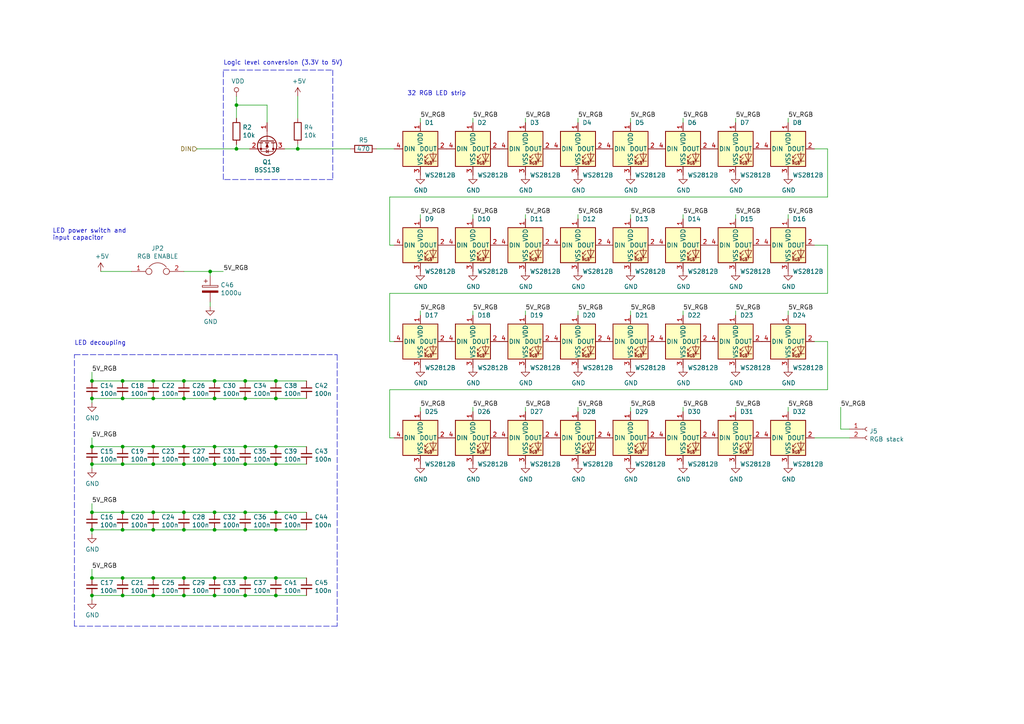
<source format=kicad_sch>
(kicad_sch (version 20231120) (generator "eeschema") (generator_version "8.0")
  (paper "A4")
  (title_block (title "KAPINE Motherboard") (date "2020-09-02") (rev "1.2") (company "Verneri Hirvonen"))
  (lib_symbols
    (symbol "Device:C_Small" (pin_numbers hide) (pin_names (offset 0.254) hide)
      (property "Reference" "C" (at 0.254 1.778 0))
      (property "Value" "C_Small" (at 0.254 -2.032 0))
      (symbol "C_Small_0_1"
        (polyline (pts (xy -1.524 -0.508) (xy 1.524 -0.508)) (stroke (width 0.3302)))
        (polyline (pts (xy -1.524 0.508) (xy 1.524 0.508)) (stroke (width 0.3048)))
      )
      (symbol "C_Small_1_1"
        (pin passive line (at 0 2.54 270) (length 2.032) (name "~") (number "1"))
        (pin passive line (at 0 -2.54 90) (length 2.032) (name "~") (number "2"))
      )
    )
    (symbol "Device:R" (pin_numbers hide) (pin_names (offset 0))
      (property "Reference" "R" (at 2.032 0 90))
      (property "Value" "R" (at 0 0 90))
      (symbol "R_0_1"
        (rectangle (start -1.016 -2.54) (end 1.016 2.54) (stroke (width 0.254)))
      )
      (symbol "R_1_1"
        (pin passive line (at 0 3.81 270) (length 1.27) (name "~") (number "1"))
        (pin passive line (at 0 -3.81 90) (length 1.27) (name "~") (number "2"))
      )
    )
    (symbol "LED:WS2812B" (pin_names (offset 0.254))
      (property "Reference" "D" (at 5.08 5.715 0))
      (property "Value" "WS2812B" (at 1.27 -5.715 0))
      (symbol "WS2812B_0_0"
        (text "RGB" (at 2.286 -4.191 0) (effects (font (size 0.762 0.762))))
      )
      (symbol "WS2812B_0_1"
        (polyline (pts (xy 1.27 -3.556) (xy 1.778 -3.556)))
        (polyline (pts (xy 1.27 -2.54) (xy 1.778 -2.54)))
        (polyline (pts (xy 4.699 -3.556) (xy 2.667 -3.556)))
        (polyline (pts (xy 2.286 -2.54) (xy 1.27 -3.556) (xy 1.27 -3.048)))
        (polyline (pts (xy 2.286 -1.524) (xy 1.27 -2.54) (xy 1.27 -2.032)))
        (polyline (pts (xy 3.683 -1.016) (xy 3.683 -3.556) (xy 3.683 -4.064)))
        (polyline (pts (xy 4.699 -1.524) (xy 2.667 -1.524) (xy 3.683 -3.556) (xy 4.699 -1.524)))
        (rectangle (start 5.08 5.08) (end -5.08 -5.08) (stroke (width 0.254)) (fill (type background)))
      )
      (symbol "WS2812B_1_1"
        (pin power_in line (at 0 7.62 270) (length 2.54) (name "VDD") (number "1"))
        (pin output line (at 7.62 0 180) (length 2.54) (name "DOUT") (number "2"))
        (pin power_in line (at 0 -7.62 90) (length 2.54) (name "VSS") (number "3"))
        (pin input line (at -7.62 0 0) (length 2.54) (name "DIN") (number "4"))
      )
    )
    (symbol "Transistor_FET:BSS138" (pin_names hide)
      (property "Reference" "Q" (at 5.08 1.905 0))
      (property "Value" "BSS138" (at 5.08 0 0))
      (symbol "BSS138_0_1"
        (polyline (pts (xy 0.254 0) (xy -2.54 0)))
        (polyline (pts (xy 0.254 1.905) (xy 0.254 -1.905)) (stroke (width 0.254)))
        (polyline (pts (xy 0.762 -1.27) (xy 0.762 -2.286)) (stroke (width 0.254)))
        (polyline (pts (xy 0.762 0.508) (xy 0.762 -0.508)) (stroke (width 0.254)))
        (polyline (pts (xy 0.762 2.286) (xy 0.762 1.27)) (stroke (width 0.254)))
        (polyline (pts (xy 2.54 2.54) (xy 2.54 1.778)))
        (polyline (pts (xy 2.54 -2.54) (xy 2.54 0) (xy 0.762 0)))
        (polyline (pts (xy 0.762 -1.778) (xy 3.302 -1.778) (xy 3.302 1.778) (xy 0.762 1.778)))
        (polyline (pts (xy 1.016 0) (xy 2.032 0.381) (xy 2.032 -0.381) (xy 1.016 0)) (fill (type outline)))
        (polyline (pts (xy 2.794 0.508) (xy 2.921 0.381) (xy 3.683 0.381) (xy 3.81 0.254)))
        (polyline (pts (xy 3.302 0.381) (xy 2.921 -0.254) (xy 3.683 -0.254) (xy 3.302 0.381)))
        (circle (center 1.651 0) (radius 2.794) (stroke (width 0.254)))
        (circle (center 2.54 -1.778) (radius 0.254) (fill (type outline)))
        (circle (center 2.54 1.778) (radius 0.254) (fill (type outline)))
      )
      (symbol "BSS138_1_1"
        (pin input line (at -5.08 0 0) (length 2.54) (name "G") (number "1"))
        (pin passive line (at 2.54 -5.08 90) (length 2.54) (name "S") (number "2"))
        (pin passive line (at 2.54 5.08 270) (length 2.54) (name "D") (number "3"))
      )
    )
    (symbol "main-rescue:+5V-power" (power) (pin_names (offset 0))
      (property "Value" "power_+5V" (at 0 3.556 0))
      (symbol "+5V-power_0_1"
        (polyline (pts (xy -0.762 1.27) (xy 0 2.54)))
        (polyline (pts (xy 0 0) (xy 0 2.54)))
        (polyline (pts (xy 0 2.54) (xy 0.762 1.27)))
      )
      (symbol "+5V-power_1_1"
        (pin power_in line (at 0 0 90) (length 0) hide (name "+5V") (number "1"))
      )
    )
    (symbol "main-rescue:CP-Device" (pin_numbers hide) (pin_names (offset 0.254))
      (property "Reference" "C" (at 0.635 2.54 0))
      (property "Value" "Device_CP" (at 0.635 -2.54 0))
      (symbol "CP-Device_0_1"
        (rectangle (start -2.286 0.508) (end 2.286 1.016))
        (polyline (pts (xy -1.778 2.286) (xy -0.762 2.286)))
        (polyline (pts (xy -1.27 2.794) (xy -1.27 1.778)))
        (rectangle (start 2.286 -0.508) (end -2.286 -1.016) (fill (type outline)))
      )
      (symbol "CP-Device_1_1"
        (pin passive line (at 0 3.81 270) (length 2.794) (name "~") (number "1"))
        (pin passive line (at 0 -3.81 90) (length 2.794) (name "~") (number "2"))
      )
    )
    (symbol "main-rescue:Conn_01x02_Female-Connector" (pin_names (offset 1.016) hide)
      (property "Reference" "J" (at 0 2.54 0))
      (property "Value" "Connector_Conn_01x02_Female" (at 0 -5.08 0))
      (symbol "Conn_01x02_Female-Connector_1_1"
        (arc (start 0 -2.032) (mid -0.508 -2.54) (end 0 -3.048) (stroke (width 0.1524)))
        (polyline (pts (xy -1.27 -2.54) (xy -0.508 -2.54)) (stroke (width 0.1524)))
        (polyline (pts (xy -1.27 0) (xy -0.508 0)) (stroke (width 0.1524)))
        (arc (start 0 0.508) (mid -0.508 0) (end 0 -0.508) (stroke (width 0.1524)))
        (pin passive line (at -5.08 0 0) (length 3.81) (name "Pin_1") (number "1"))
        (pin passive line (at -5.08 -2.54 0) (length 3.81) (name "Pin_2") (number "2"))
      )
    )
    (symbol "main-rescue:GND-power" (power) (pin_names (offset 0))
      (property "Value" "power_GND" (at 0 -3.81 0))
      (symbol "GND-power_0_1"
        (polyline (pts (xy 0 0) (xy 0 -1.27) (xy 1.27 -1.27) (xy 0 -2.54) (xy -1.27 -1.27) (xy 0 -1.27)))
      )
      (symbol "GND-power_1_1"
        (pin power_in line (at 0 0 270) (length 0) hide (name "GND") (number "1"))
      )
    )
    (symbol "main-rescue:Jumper-Device" (pin_names (offset 0.762) hide)
      (property "Reference" "JP" (at 0 3.81 0))
      (property "Value" "Device_Jumper" (at 0 -2.032 0))
      (symbol "Jumper-Device_0_1"
        (circle (center -2.54 0) (radius 0.889))
        (arc (start 2.5146 1.27) (mid 0.0078 2.5097) (end -2.4892 1.27))
        (circle (center 2.54 0) (radius 0.889))
        (pin passive line (at -7.62 0 0) (length 4.191) (name "1") (number "1"))
        (pin passive line (at 7.62 0 180) (length 4.191) (name "2") (number "2"))
      )
    )
    (symbol "main-rescue:VDD-power" (power) (pin_names (offset 0))
      (property "Value" "power_VDD" (at 0 3.81 0))
      (symbol "VDD-power_0_1"
        (polyline (pts (xy 0 0) (xy 0 1.27)))
        (circle (center 0 1.905) (radius 0.635))
      )
      (symbol "VDD-power_1_1"
        (pin power_in line (at 0 0 90) (length 0) hide (name "VDD") (number "1"))
      )
    )
  )
  (junction (at 44.45 153.67))
  (junction (at 53.34 110.49))
  (junction (at 60.96 78.74))
  (junction (at 53.34 148.59))
  (junction (at 44.45 129.54))
  (junction (at 26.67 110.49))
  (junction (at 53.34 167.64))
  (junction (at 80.01 115.57))
  (junction (at 44.45 148.59))
  (junction (at 44.45 110.49))
  (junction (at 71.12 172.72))
  (junction (at 62.23 148.59))
  (junction (at 35.56 115.57))
  (junction (at 62.23 153.67))
  (junction (at 35.56 148.59))
  (junction (at 62.23 115.57))
  (junction (at 26.67 167.64))
  (junction (at 53.34 172.72))
  (junction (at 35.56 129.54))
  (junction (at 35.56 134.62))
  (junction (at 68.58 43.18))
  (junction (at 53.34 153.67))
  (junction (at 26.67 134.62))
  (junction (at 62.23 167.64))
  (junction (at 35.56 110.49))
  (junction (at 80.01 129.54))
  (junction (at 62.23 172.72))
  (junction (at 53.34 115.57))
  (junction (at 86.36 43.18))
  (junction (at 80.01 167.64))
  (junction (at 62.23 110.49))
  (junction (at 80.01 153.67))
  (junction (at 26.67 129.54))
  (junction (at 71.12 153.67))
  (junction (at 68.58 30.48))
  (junction (at 71.12 115.57))
  (junction (at 44.45 134.62))
  (junction (at 80.01 134.62))
  (junction (at 35.56 153.67))
  (junction (at 44.45 115.57))
  (junction (at 62.23 134.62))
  (junction (at 53.34 129.54))
  (junction (at 80.01 110.49))
  (junction (at 80.01 172.72))
  (junction (at 71.12 110.49))
  (junction (at 26.67 153.67))
  (junction (at 35.56 172.72))
  (junction (at 44.45 167.64))
  (junction (at 80.01 148.59))
  (junction (at 71.12 148.59))
  (junction (at 53.34 134.62))
  (junction (at 44.45 172.72))
  (junction (at 71.12 134.62))
  (junction (at 26.67 148.59))
  (junction (at 26.67 115.57))
  (junction (at 62.23 129.54))
  (junction (at 71.12 129.54))
  (junction (at 71.12 167.64))
  (junction (at 26.67 172.72))
  (junction (at 35.56 167.64))
  (wire (pts (xy 71.12 172.72) (xy 62.23 172.72)))
  (wire (pts (xy 213.36 35.56) (xy 213.36 34.29)))
  (wire (pts (xy 64.77 78.74) (xy 60.96 78.74)))
  (wire (pts (xy 236.22 127) (xy 246.38 127)))
  (wire (pts (xy 121.92 119.38) (xy 121.92 118.11)))
  (wire (pts (xy 71.12 134.62) (xy 62.23 134.62)))
  (wire (pts (xy 62.23 167.64) (xy 71.12 167.64)))
  (wire (pts (xy 44.45 115.57) (xy 35.56 115.57)))
  (wire (pts (xy 26.67 148.59) (xy 35.56 148.59)))
  (wire (pts (xy 35.56 134.62) (xy 26.67 134.62)))
  (wire (pts (xy 198.12 35.56) (xy 198.12 34.29)))
  (wire (pts (xy 167.64 91.44) (xy 167.64 90.17)))
  (wire (pts (xy 26.67 153.67) (xy 26.67 154.94)))
  (wire (pts (xy 182.88 119.38) (xy 182.88 118.11)))
  (wire (pts (xy 71.12 110.49) (xy 80.01 110.49)))
  (wire (pts (xy 80.01 110.49) (xy 88.9 110.49)))
  (wire (pts (xy 121.92 91.44) (xy 121.92 90.17)))
  (wire (pts (xy 53.34 153.67) (xy 44.45 153.67)))
  (wire (pts (xy 35.56 172.72) (xy 26.67 172.72)))
  (wire (pts (xy 29.21 78.74) (xy 38.1 78.74)))
  (wire (pts (xy 240.03 57.15) (xy 113.03 57.15)))
  (wire (pts (xy 71.12 115.57) (xy 62.23 115.57)))
  (wire (pts (xy 121.92 63.5) (xy 121.92 62.23)))
  (wire (pts (xy 240.03 113.03) (xy 113.03 113.03)))
  (wire (pts (xy 26.67 146.05) (xy 26.67 148.59)))
  (wire (pts (xy 62.23 148.59) (xy 71.12 148.59)))
  (wire (pts (xy 228.6 35.56) (xy 228.6 34.29)))
  (polyline (pts (xy 21.59 181.61) (xy 21.59 102.87)) (stroke (width 0) (type dash)))
  (wire (pts (xy 88.9 134.62) (xy 80.01 134.62)))
  (wire (pts (xy 80.01 172.72) (xy 71.12 172.72)))
  (wire (pts (xy 86.36 43.18) (xy 82.55 43.18)))
  (wire (pts (xy 44.45 134.62) (xy 35.56 134.62)))
  (wire (pts (xy 113.03 57.15) (xy 113.03 71.12)))
  (wire (pts (xy 35.56 115.57) (xy 26.67 115.57)))
  (wire (pts (xy 53.34 148.59) (xy 62.23 148.59)))
  (wire (pts (xy 62.23 172.72) (xy 53.34 172.72)))
  (polyline (pts (xy 96.52 20.32) (xy 96.52 52.07)) (stroke (width 0) (type dash)))
  (wire (pts (xy 80.01 134.62) (xy 71.12 134.62)))
  (polyline (pts (xy 96.52 52.07) (xy 64.77 52.07)) (stroke (width 0) (type dash)))
  (wire (pts (xy 35.56 153.67) (xy 26.67 153.67)))
  (wire (pts (xy 71.12 148.59) (xy 80.01 148.59)))
  (polyline (pts (xy 64.77 52.07) (xy 64.77 20.32)) (stroke (width 0) (type dash)))
  (wire (pts (xy 198.12 119.38) (xy 198.12 118.11)))
  (wire (pts (xy 26.67 127) (xy 26.67 129.54)))
  (wire (pts (xy 44.45 129.54) (xy 53.34 129.54)))
  (wire (pts (xy 80.01 148.59) (xy 88.9 148.59)))
  (wire (pts (xy 240.03 43.18) (xy 240.03 57.15)))
  (wire (pts (xy 236.22 71.12) (xy 240.03 71.12)))
  (wire (pts (xy 80.01 129.54) (xy 88.9 129.54)))
  (wire (pts (xy 228.6 119.38) (xy 228.6 118.11)))
  (wire (pts (xy 71.12 153.67) (xy 62.23 153.67)))
  (wire (pts (xy 86.36 43.18) (xy 101.6 43.18)))
  (wire (pts (xy 26.67 129.54) (xy 35.56 129.54)))
  (wire (pts (xy 88.9 153.67) (xy 80.01 153.67)))
  (wire (pts (xy 60.96 80.01) (xy 60.96 78.74)))
  (wire (pts (xy 113.03 71.12) (xy 114.3 71.12)))
  (wire (pts (xy 113.03 127) (xy 114.3 127)))
  (wire (pts (xy 243.84 124.46) (xy 246.38 124.46)))
  (wire (pts (xy 53.34 115.57) (xy 44.45 115.57)))
  (wire (pts (xy 113.03 85.09) (xy 113.03 99.06)))
  (wire (pts (xy 26.67 107.95) (xy 26.67 110.49)))
  (wire (pts (xy 62.23 134.62) (xy 53.34 134.62)))
  (wire (pts (xy 44.45 172.72) (xy 35.56 172.72)))
  (polyline (pts (xy 97.79 181.61) (xy 21.59 181.61)) (stroke (width 0) (type dash)))
  (wire (pts (xy 240.03 85.09) (xy 113.03 85.09)))
  (wire (pts (xy 236.22 99.06) (xy 240.03 99.06)))
  (wire (pts (xy 213.36 62.23) (xy 213.36 63.5)))
  (wire (pts (xy 113.03 99.06) (xy 114.3 99.06)))
  (wire (pts (xy 62.23 153.67) (xy 53.34 153.67)))
  (wire (pts (xy 198.12 62.23) (xy 198.12 63.5)))
  (wire (pts (xy 182.88 91.44) (xy 182.88 90.17)))
  (wire (pts (xy 137.16 63.5) (xy 137.16 62.23)))
  (wire (pts (xy 213.36 119.38) (xy 213.36 118.11)))
  (wire (pts (xy 35.56 167.64) (xy 44.45 167.64)))
  (wire (pts (xy 88.9 172.72) (xy 80.01 172.72)))
  (wire (pts (xy 72.39 43.18) (xy 68.58 43.18)))
  (wire (pts (xy 152.4 119.38) (xy 152.4 118.11)))
  (wire (pts (xy 53.34 134.62) (xy 44.45 134.62)))
  (wire (pts (xy 77.47 30.48) (xy 77.47 35.56)))
  (wire (pts (xy 57.15 43.18) (xy 68.58 43.18)))
  (wire (pts (xy 121.92 35.56) (xy 121.92 34.29)))
  (wire (pts (xy 80.01 167.64) (xy 88.9 167.64)))
  (wire (pts (xy 167.64 63.5) (xy 167.64 62.23)))
  (wire (pts (xy 152.4 91.44) (xy 152.4 90.17)))
  (wire (pts (xy 152.4 62.23) (xy 152.4 63.5)))
  (wire (pts (xy 44.45 148.59) (xy 53.34 148.59)))
  (wire (pts (xy 26.67 134.62) (xy 26.67 135.89)))
  (wire (pts (xy 182.88 35.56) (xy 182.88 34.29)))
  (wire (pts (xy 152.4 35.56) (xy 152.4 34.29)))
  (wire (pts (xy 86.36 41.91) (xy 86.36 43.18)))
  (wire (pts (xy 88.9 115.57) (xy 80.01 115.57)))
  (wire (pts (xy 62.23 110.49) (xy 71.12 110.49)))
  (wire (pts (xy 26.67 110.49) (xy 35.56 110.49)))
  (wire (pts (xy 240.03 99.06) (xy 240.03 113.03)))
  (wire (pts (xy 35.56 129.54) (xy 44.45 129.54)))
  (wire (pts (xy 68.58 30.48) (xy 77.47 30.48)))
  (wire (pts (xy 68.58 43.18) (xy 68.58 41.91)))
  (polyline (pts (xy 97.79 102.87) (xy 97.79 181.61)) (stroke (width 0) (type dash)))
  (wire (pts (xy 213.36 91.44) (xy 213.36 90.17)))
  (polyline (pts (xy 64.77 20.32) (xy 96.52 20.32)) (stroke (width 0) (type dash)))
  (wire (pts (xy 71.12 129.54) (xy 80.01 129.54)))
  (wire (pts (xy 60.96 87.63) (xy 60.96 88.9)))
  (wire (pts (xy 182.88 62.23) (xy 182.88 63.5)))
  (wire (pts (xy 44.45 167.64) (xy 53.34 167.64)))
  (wire (pts (xy 137.16 119.38) (xy 137.16 118.11)))
  (wire (pts (xy 137.16 35.56) (xy 137.16 34.29)))
  (wire (pts (xy 114.3 43.18) (xy 109.22 43.18)))
  (wire (pts (xy 60.96 78.74) (xy 53.34 78.74)))
  (wire (pts (xy 71.12 167.64) (xy 80.01 167.64)))
  (wire (pts (xy 86.36 34.29) (xy 86.36 27.94)))
  (wire (pts (xy 26.67 115.57) (xy 26.67 116.84)))
  (wire (pts (xy 44.45 110.49) (xy 53.34 110.49)))
  (wire (pts (xy 53.34 167.64) (xy 62.23 167.64)))
  (wire (pts (xy 44.45 153.67) (xy 35.56 153.67)))
  (wire (pts (xy 236.22 43.18) (xy 240.03 43.18)))
  (wire (pts (xy 53.34 110.49) (xy 62.23 110.49)))
  (wire (pts (xy 80.01 153.67) (xy 71.12 153.67)))
  (wire (pts (xy 68.58 30.48) (xy 68.58 27.94)))
  (wire (pts (xy 167.64 35.56) (xy 167.64 34.29)))
  (wire (pts (xy 35.56 148.59) (xy 44.45 148.59)))
  (wire (pts (xy 198.12 91.44) (xy 198.12 90.17)))
  (wire (pts (xy 240.03 71.12) (xy 240.03 85.09)))
  (polyline (pts (xy 21.59 102.87) (xy 97.79 102.87)) (stroke (width 0) (type dash)))
  (wire (pts (xy 167.64 119.38) (xy 167.64 118.11)))
  (wire (pts (xy 53.34 172.72) (xy 44.45 172.72)))
  (wire (pts (xy 228.6 62.23) (xy 228.6 63.5)))
  (wire (pts (xy 228.6 91.44) (xy 228.6 90.17)))
  (wire (pts (xy 68.58 34.29) (xy 68.58 30.48)))
  (wire (pts (xy 26.67 172.72) (xy 26.67 173.99)))
  (wire (pts (xy 113.03 113.03) (xy 113.03 127)))
  (wire (pts (xy 62.23 115.57) (xy 53.34 115.57)))
  (wire (pts (xy 62.23 129.54) (xy 71.12 129.54)))
  (wire (pts (xy 35.56 110.49) (xy 44.45 110.49)))
  (wire (pts (xy 26.67 167.64) (xy 35.56 167.64)))
  (wire (pts (xy 80.01 115.57) (xy 71.12 115.57)))
  (wire (pts (xy 243.84 118.11) (xy 243.84 124.46)))
  (wire (pts (xy 26.67 165.1) (xy 26.67 167.64)))
  (wire (pts (xy 53.34 129.54) (xy 62.23 129.54)))
  (wire (pts (xy 137.16 91.44) (xy 137.16 90.17)))
  (text "32 RGB LED strip" (at 118.11 27.94 0) (effects (font (size 1.27 1.27)) (justify left bottom)))
  (text "LED decoupling" (at 21.59 100.33 0) (effects (font (size 1.27 1.27)) (justify left bottom)))
  (text "LED power switch and \ninput capacitor" (at 15.24 69.85 0) (effects (font (size 1.27 1.27)) (justify left bottom)))
  (text "Logic level conversion (3.3V to 5V)" (at 64.77 19.05 0) (effects (font (size 1.27 1.27)) (justify left bottom)))
  (label "5V_RGB" (at 26.67 107.95 0))
  (label "5V_RGB" (at 228.6 118.11 0))
  (label "5V_RGB" (at 121.92 90.17 0))
  (label "5V_RGB" (at 137.16 34.29 0))
  (label "5V_RGB" (at 64.77 78.74 0))
  (label "5V_RGB" (at 121.92 62.23 0))
  (label "5V_RGB" (at 198.12 118.11 0))
  (label "5V_RGB" (at 213.36 90.17 0))
  (label "5V_RGB" (at 182.88 90.17 0))
  (label "5V_RGB" (at 198.12 62.23 0))
  (label "5V_RGB" (at 228.6 62.23 0))
  (label "5V_RGB" (at 213.36 118.11 0))
  (label "5V_RGB" (at 152.4 62.23 0))
  (label "5V_RGB" (at 167.64 62.23 0))
  (label "5V_RGB" (at 137.16 90.17 0))
  (label "5V_RGB" (at 213.36 62.23 0))
  (label "5V_RGB" (at 198.12 90.17 0))
  (label "5V_RGB" (at 26.67 127 0))
  (label "5V_RGB" (at 167.64 34.29 0))
  (label "5V_RGB" (at 152.4 90.17 0))
  (label "5V_RGB" (at 167.64 90.17 0))
  (label "5V_RGB" (at 228.6 90.17 0))
  (label "5V_RGB" (at 121.92 34.29 0))
  (label "5V_RGB" (at 167.64 118.11 0))
  (label "5V_RGB" (at 182.88 34.29 0))
  (label "5V_RGB" (at 213.36 34.29 0))
  (label "5V_RGB" (at 26.67 146.05 0))
  (label "5V_RGB" (at 182.88 118.11 0))
  (label "5V_RGB" (at 228.6 34.29 0))
  (label "5V_RGB" (at 121.92 118.11 0))
  (label "5V_RGB" (at 182.88 62.23 0))
  (label "5V_RGB" (at 152.4 34.29 0))
  (label "5V_RGB" (at 26.67 165.1 0))
  (label "5V_RGB" (at 152.4 118.11 0))
  (label "5V_RGB" (at 137.16 62.23 0))
  (label "5V_RGB" (at 137.16 118.11 0))
  (label "5V_RGB" (at 198.12 34.29 0))
  (label "5V_RGB" (at 243.84 118.11 0))
  (hierarchical_label "DIN" (shape input) (at 57.15 43.18 180))
  (symbol (lib_id "LED:WS2812B") (at 121.92 43.18 0) (unit 1)
    (property "Reference" "D1" (at 123.19 35.56 0) (effects (justify left)))
    (property "Value" "WS2812B" (at 123.19 50.8 0) (effects (justify left)))
    (property "Footprint" "LED_SMD:LED_WS2812B_PLCC4_5.0x5.0mm_P3.2mm" (effects (hide yes)))
    (property "Datasheet" "https://cdn-shop.adafruit.com/datasheets/WS2812B.pdf" (effects (hide yes)))
  )
  (symbol (lib_id "Transistor_FET:BSS138") (at 77.47 40.64 270) (unit 1)
    (property "Reference" "Q1" (at 77.47 46.99 90))
    (property "Value" "BSS138" (at 77.47 49.3014 90))
    (property "Footprint" "Package_TO_SOT_SMD:SOT-23" (effects (hide yes)))
    (property "Datasheet" "https://www.fairchildsemi.com/datasheets/BS/BSS138.pdf" (effects (hide yes)))
  )
  (symbol (lib_id "Device:R") (at 68.58 38.1 0) (unit 1)
    (property "Reference" "R2" (at 70.358 36.9316 0) (effects (justify left)))
    (property "Value" "10k" (at 70.358 39.243 0) (effects (justify left)))
    (property "Footprint" "Resistor_SMD:R_0603_1608Metric" (effects (hide yes)))
  )
  (symbol (lib_id "Device:R") (at 86.36 38.1 0) (unit 1)
    (property "Reference" "R4" (at 88.138 36.9316 0) (effects (justify left)))
    (property "Value" "10k" (at 88.138 39.243 0) (effects (justify left)))
    (property "Footprint" "Resistor_SMD:R_0603_1608Metric" (effects (hide yes)))
  )
  (symbol (lib_id "main-rescue:VDD-power") (at 68.58 27.94 0) (unit 1)
    (property "Reference" "#PWR015" (effects (hide yes)))
    (property "Value" "VDD" (at 69.0118 23.5458 0))
  )
  (symbol (lib_id "main-rescue:GND-power") (at 121.92 50.8 0) (unit 1)
    (property "Reference" "#PWR026" (effects (hide yes)))
    (property "Value" "GND" (at 122.047 55.1942 0))
  )
  (symbol (lib_id "LED:WS2812B") (at 137.16 43.18 0) (unit 1)
    (property "Reference" "D2" (at 138.43 35.56 0) (effects (justify left)))
    (property "Value" "WS2812B" (at 138.43 50.8 0) (effects (justify left)))
    (property "Footprint" "LED_SMD:LED_WS2812B_PLCC4_5.0x5.0mm_P3.2mm" (effects (hide yes)))
    (property "Datasheet" "https://cdn-shop.adafruit.com/datasheets/WS2812B.pdf" (effects (hide yes)))
  )
  (symbol (lib_id "main-rescue:GND-power") (at 137.16 50.8 0) (unit 1)
    (property "Reference" "#PWR034" (effects (hide yes)))
    (property "Value" "GND" (at 137.287 55.1942 0))
  )
  (symbol (lib_id "LED:WS2812B") (at 152.4 43.18 0) (unit 1)
    (property "Reference" "D3" (at 153.67 35.56 0) (effects (justify left)))
    (property "Value" "WS2812B" (at 153.67 50.8 0) (effects (justify left)))
    (property "Footprint" "LED_SMD:LED_WS2812B_PLCC4_5.0x5.0mm_P3.2mm" (effects (hide yes)))
    (property "Datasheet" "https://cdn-shop.adafruit.com/datasheets/WS2812B.pdf" (effects (hide yes)))
  )
  (symbol (lib_id "main-rescue:GND-power") (at 152.4 50.8 0) (unit 1)
    (property "Reference" "#PWR042" (effects (hide yes)))
    (property "Value" "GND" (at 152.527 55.1942 0))
  )
  (symbol (lib_id "LED:WS2812B") (at 167.64 43.18 0) (unit 1)
    (property "Reference" "D4" (at 168.91 35.56 0) (effects (justify left)))
    (property "Value" "WS2812B" (at 168.91 50.8 0) (effects (justify left)))
    (property "Footprint" "LED_SMD:LED_WS2812B_PLCC4_5.0x5.0mm_P3.2mm" (effects (hide yes)))
    (property "Datasheet" "https://cdn-shop.adafruit.com/datasheets/WS2812B.pdf" (effects (hide yes)))
  )
  (symbol (lib_id "main-rescue:GND-power") (at 167.64 50.8 0) (unit 1)
    (property "Reference" "#PWR050" (effects (hide yes)))
    (property "Value" "GND" (at 167.767 55.1942 0))
  )
  (symbol (lib_id "LED:WS2812B") (at 182.88 43.18 0) (unit 1)
    (property "Reference" "D5" (at 184.15 35.56 0) (effects (justify left)))
    (property "Value" "WS2812B" (at 184.15 50.8 0) (effects (justify left)))
    (property "Footprint" "LED_SMD:LED_WS2812B_PLCC4_5.0x5.0mm_P3.2mm" (effects (hide yes)))
    (property "Datasheet" "https://cdn-shop.adafruit.com/datasheets/WS2812B.pdf" (effects (hide yes)))
  )
  (symbol (lib_id "main-rescue:GND-power") (at 182.88 50.8 0) (unit 1)
    (property "Reference" "#PWR058" (effects (hide yes)))
    (property "Value" "GND" (at 183.007 55.1942 0))
  )
  (symbol (lib_id "LED:WS2812B") (at 198.12 43.18 0) (unit 1)
    (property "Reference" "D6" (at 199.39 35.56 0) (effects (justify left)))
    (property "Value" "WS2812B" (at 199.39 50.8 0) (effects (justify left)))
    (property "Footprint" "LED_SMD:LED_WS2812B_PLCC4_5.0x5.0mm_P3.2mm" (effects (hide yes)))
    (property "Datasheet" "https://cdn-shop.adafruit.com/datasheets/WS2812B.pdf" (effects (hide yes)))
  )
  (symbol (lib_id "main-rescue:GND-power") (at 198.12 50.8 0) (unit 1)
    (property "Reference" "#PWR066" (effects (hide yes)))
    (property "Value" "GND" (at 198.247 55.1942 0))
  )
  (symbol (lib_id "LED:WS2812B") (at 213.36 43.18 0) (unit 1)
    (property "Reference" "D7" (at 214.63 35.56 0) (effects (justify left)))
    (property "Value" "WS2812B" (at 214.63 50.8 0) (effects (justify left)))
    (property "Footprint" "LED_SMD:LED_WS2812B_PLCC4_5.0x5.0mm_P3.2mm" (effects (hide yes)))
    (property "Datasheet" "https://cdn-shop.adafruit.com/datasheets/WS2812B.pdf" (effects (hide yes)))
  )
  (symbol (lib_id "main-rescue:GND-power") (at 213.36 50.8 0) (unit 1)
    (property "Reference" "#PWR074" (effects (hide yes)))
    (property "Value" "GND" (at 213.487 55.1942 0))
  )
  (symbol (lib_id "LED:WS2812B") (at 228.6 43.18 0) (unit 1)
    (property "Reference" "D8" (at 229.87 35.56 0) (effects (justify left)))
    (property "Value" "WS2812B" (at 229.87 50.8 0) (effects (justify left)))
    (property "Footprint" "LED_SMD:LED_WS2812B_PLCC4_5.0x5.0mm_P3.2mm" (effects (hide yes)))
    (property "Datasheet" "https://cdn-shop.adafruit.com/datasheets/WS2812B.pdf" (effects (hide yes)))
  )
  (symbol (lib_id "main-rescue:GND-power") (at 228.6 50.8 0) (unit 1)
    (property "Reference" "#PWR082" (effects (hide yes)))
    (property "Value" "GND" (at 228.727 55.1942 0))
  )
  (symbol (lib_id "LED:WS2812B") (at 121.92 71.12 0) (unit 1)
    (property "Reference" "D9" (at 123.19 63.5 0) (effects (justify left)))
    (property "Value" "WS2812B" (at 123.19 78.74 0) (effects (justify left)))
    (property "Footprint" "LED_SMD:LED_WS2812B_PLCC4_5.0x5.0mm_P3.2mm" (effects (hide yes)))
    (property "Datasheet" "https://cdn-shop.adafruit.com/datasheets/WS2812B.pdf" (effects (hide yes)))
  )
  (symbol (lib_id "main-rescue:GND-power") (at 121.92 78.74 0) (unit 1)
    (property "Reference" "#PWR028" (effects (hide yes)))
    (property "Value" "GND" (at 122.047 83.1342 0))
  )
  (symbol (lib_id "LED:WS2812B") (at 137.16 71.12 0) (unit 1)
    (property "Reference" "D10" (at 138.43 63.5 0) (effects (justify left)))
    (property "Value" "WS2812B" (at 138.43 78.74 0) (effects (justify left)))
    (property "Footprint" "LED_SMD:LED_WS2812B_PLCC4_5.0x5.0mm_P3.2mm" (effects (hide yes)))
    (property "Datasheet" "https://cdn-shop.adafruit.com/datasheets/WS2812B.pdf" (effects (hide yes)))
  )
  (symbol (lib_id "main-rescue:GND-power") (at 137.16 78.74 0) (unit 1)
    (property "Reference" "#PWR036" (effects (hide yes)))
    (property "Value" "GND" (at 137.287 83.1342 0))
  )
  (symbol (lib_id "LED:WS2812B") (at 152.4 71.12 0) (unit 1)
    (property "Reference" "D11" (at 153.67 63.5 0) (effects (justify left)))
    (property "Value" "WS2812B" (at 153.67 78.74 0) (effects (justify left)))
    (property "Footprint" "LED_SMD:LED_WS2812B_PLCC4_5.0x5.0mm_P3.2mm" (effects (hide yes)))
    (property "Datasheet" "https://cdn-shop.adafruit.com/datasheets/WS2812B.pdf" (effects (hide yes)))
  )
  (symbol (lib_id "main-rescue:GND-power") (at 152.4 78.74 0) (unit 1)
    (property "Reference" "#PWR044" (effects (hide yes)))
    (property "Value" "GND" (at 152.527 83.1342 0))
  )
  (symbol (lib_id "LED:WS2812B") (at 167.64 71.12 0) (unit 1)
    (property "Reference" "D12" (at 168.91 63.5 0) (effects (justify left)))
    (property "Value" "WS2812B" (at 168.91 78.74 0) (effects (justify left)))
    (property "Footprint" "LED_SMD:LED_WS2812B_PLCC4_5.0x5.0mm_P3.2mm" (effects (hide yes)))
    (property "Datasheet" "https://cdn-shop.adafruit.com/datasheets/WS2812B.pdf" (effects (hide yes)))
  )
  (symbol (lib_id "main-rescue:GND-power") (at 167.64 78.74 0) (unit 1)
    (property "Reference" "#PWR052" (effects (hide yes)))
    (property "Value" "GND" (at 167.767 83.1342 0))
  )
  (symbol (lib_id "LED:WS2812B") (at 182.88 71.12 0) (unit 1)
    (property "Reference" "D13" (at 184.15 63.5 0) (effects (justify left)))
    (property "Value" "WS2812B" (at 184.15 78.74 0) (effects (justify left)))
    (property "Footprint" "LED_SMD:LED_WS2812B_PLCC4_5.0x5.0mm_P3.2mm" (effects (hide yes)))
    (property "Datasheet" "https://cdn-shop.adafruit.com/datasheets/WS2812B.pdf" (effects (hide yes)))
  )
  (symbol (lib_id "main-rescue:GND-power") (at 182.88 78.74 0) (unit 1)
    (property "Reference" "#PWR060" (effects (hide yes)))
    (property "Value" "GND" (at 183.007 83.1342 0))
  )
  (symbol (lib_id "LED:WS2812B") (at 198.12 71.12 0) (unit 1)
    (property "Reference" "D14" (at 199.39 63.5 0) (effects (justify left)))
    (property "Value" "WS2812B" (at 199.39 78.74 0) (effects (justify left)))
    (property "Footprint" "LED_SMD:LED_WS2812B_PLCC4_5.0x5.0mm_P3.2mm" (effects (hide yes)))
    (property "Datasheet" "https://cdn-shop.adafruit.com/datasheets/WS2812B.pdf" (effects (hide yes)))
  )
  (symbol (lib_id "main-rescue:GND-power") (at 198.12 78.74 0) (unit 1)
    (property "Reference" "#PWR068" (effects (hide yes)))
    (property "Value" "GND" (at 198.247 83.1342 0))
  )
  (symbol (lib_id "LED:WS2812B") (at 213.36 71.12 0) (unit 1)
    (property "Reference" "D15" (at 214.63 63.5 0) (effects (justify left)))
    (property "Value" "WS2812B" (at 214.63 78.74 0) (effects (justify left)))
    (property "Footprint" "LED_SMD:LED_WS2812B_PLCC4_5.0x5.0mm_P3.2mm" (effects (hide yes)))
    (property "Datasheet" "https://cdn-shop.adafruit.com/datasheets/WS2812B.pdf" (effects (hide yes)))
  )
  (symbol (lib_id "main-rescue:GND-power") (at 213.36 78.74 0) (unit 1)
    (property "Reference" "#PWR076" (effects (hide yes)))
    (property "Value" "GND" (at 213.487 83.1342 0))
  )
  (symbol (lib_id "LED:WS2812B") (at 228.6 71.12 0) (unit 1)
    (property "Reference" "D16" (at 229.87 63.5 0) (effects (justify left)))
    (property "Value" "WS2812B" (at 229.87 78.74 0) (effects (justify left)))
    (property "Footprint" "LED_SMD:LED_WS2812B_PLCC4_5.0x5.0mm_P3.2mm" (effects (hide yes)))
    (property "Datasheet" "https://cdn-shop.adafruit.com/datasheets/WS2812B.pdf" (effects (hide yes)))
  )
  (symbol (lib_id "main-rescue:GND-power") (at 228.6 78.74 0) (unit 1)
    (property "Reference" "#PWR084" (effects (hide yes)))
    (property "Value" "GND" (at 228.727 83.1342 0))
  )
  (symbol (lib_id "LED:WS2812B") (at 121.92 99.06 0) (unit 1)
    (property "Reference" "D17" (at 123.19 91.44 0) (effects (justify left)))
    (property "Value" "WS2812B" (at 123.19 106.68 0) (effects (justify left)))
    (property "Footprint" "LED_SMD:LED_WS2812B_PLCC4_5.0x5.0mm_P3.2mm" (effects (hide yes)))
    (property "Datasheet" "https://cdn-shop.adafruit.com/datasheets/WS2812B.pdf" (effects (hide yes)))
  )
  (symbol (lib_id "main-rescue:GND-power") (at 121.92 106.68 0) (unit 1)
    (property "Reference" "#PWR030" (effects (hide yes)))
    (property "Value" "GND" (at 122.047 111.0742 0))
  )
  (symbol (lib_id "LED:WS2812B") (at 137.16 99.06 0) (unit 1)
    (property "Reference" "D18" (at 138.43 91.44 0) (effects (justify left)))
    (property "Value" "WS2812B" (at 138.43 106.68 0) (effects (justify left)))
    (property "Footprint" "LED_SMD:LED_WS2812B_PLCC4_5.0x5.0mm_P3.2mm" (effects (hide yes)))
    (property "Datasheet" "https://cdn-shop.adafruit.com/datasheets/WS2812B.pdf" (effects (hide yes)))
  )
  (symbol (lib_id "main-rescue:GND-power") (at 137.16 106.68 0) (unit 1)
    (property "Reference" "#PWR038" (effects (hide yes)))
    (property "Value" "GND" (at 137.287 111.0742 0))
  )
  (symbol (lib_id "LED:WS2812B") (at 152.4 99.06 0) (unit 1)
    (property "Reference" "D19" (at 153.67 91.44 0) (effects (justify left)))
    (property "Value" "WS2812B" (at 153.67 106.68 0) (effects (justify left)))
    (property "Footprint" "LED_SMD:LED_WS2812B_PLCC4_5.0x5.0mm_P3.2mm" (effects (hide yes)))
    (property "Datasheet" "https://cdn-shop.adafruit.com/datasheets/WS2812B.pdf" (effects (hide yes)))
  )
  (symbol (lib_id "main-rescue:GND-power") (at 152.4 106.68 0) (unit 1)
    (property "Reference" "#PWR046" (effects (hide yes)))
    (property "Value" "GND" (at 152.527 111.0742 0))
  )
  (symbol (lib_id "LED:WS2812B") (at 167.64 99.06 0) (unit 1)
    (property "Reference" "D20" (at 168.91 91.44 0) (effects (justify left)))
    (property "Value" "WS2812B" (at 168.91 106.68 0) (effects (justify left)))
    (property "Footprint" "LED_SMD:LED_WS2812B_PLCC4_5.0x5.0mm_P3.2mm" (effects (hide yes)))
    (property "Datasheet" "https://cdn-shop.adafruit.com/datasheets/WS2812B.pdf" (effects (hide yes)))
  )
  (symbol (lib_id "main-rescue:GND-power") (at 167.64 106.68 0) (unit 1)
    (property "Reference" "#PWR054" (effects (hide yes)))
    (property "Value" "GND" (at 167.767 111.0742 0))
  )
  (symbol (lib_id "LED:WS2812B") (at 182.88 99.06 0) (unit 1)
    (property "Reference" "D21" (at 184.15 91.44 0) (effects (justify left)))
    (property "Value" "WS2812B" (at 184.15 106.68 0) (effects (justify left)))
    (property "Footprint" "LED_SMD:LED_WS2812B_PLCC4_5.0x5.0mm_P3.2mm" (effects (hide yes)))
    (property "Datasheet" "https://cdn-shop.adafruit.com/datasheets/WS2812B.pdf" (effects (hide yes)))
  )
  (symbol (lib_id "main-rescue:GND-power") (at 182.88 106.68 0) (unit 1)
    (property "Reference" "#PWR062" (effects (hide yes)))
    (property "Value" "GND" (at 183.007 111.0742 0))
  )
  (symbol (lib_id "LED:WS2812B") (at 198.12 99.06 0) (unit 1)
    (property "Reference" "D22" (at 199.39 91.44 0) (effects (justify left)))
    (property "Value" "WS2812B" (at 199.39 106.68 0) (effects (justify left)))
    (property "Footprint" "LED_SMD:LED_WS2812B_PLCC4_5.0x5.0mm_P3.2mm" (effects (hide yes)))
    (property "Datasheet" "https://cdn-shop.adafruit.com/datasheets/WS2812B.pdf" (effects (hide yes)))
  )
  (symbol (lib_id "main-rescue:GND-power") (at 198.12 106.68 0) (unit 1)
    (property "Reference" "#PWR070" (effects (hide yes)))
    (property "Value" "GND" (at 198.247 111.0742 0))
  )
  (symbol (lib_id "LED:WS2812B") (at 213.36 99.06 0) (unit 1)
    (property "Reference" "D23" (at 214.63 91.44 0) (effects (justify left)))
    (property "Value" "WS2812B" (at 214.63 106.68 0) (effects (justify left)))
    (property "Footprint" "LED_SMD:LED_WS2812B_PLCC4_5.0x5.0mm_P3.2mm" (effects (hide yes)))
    (property "Datasheet" "https://cdn-shop.adafruit.com/datasheets/WS2812B.pdf" (effects (hide yes)))
  )
  (symbol (lib_id "main-rescue:GND-power") (at 213.36 106.68 0) (unit 1)
    (property "Reference" "#PWR078" (effects (hide yes)))
    (property "Value" "GND" (at 213.487 111.0742 0))
  )
  (symbol (lib_id "LED:WS2812B") (at 228.6 99.06 0) (unit 1)
    (property "Reference" "D24" (at 229.87 91.44 0) (effects (justify left)))
    (property "Value" "WS2812B" (at 229.87 106.68 0) (effects (justify left)))
    (property "Footprint" "LED_SMD:LED_WS2812B_PLCC4_5.0x5.0mm_P3.2mm" (effects (hide yes)))
    (property "Datasheet" "https://cdn-shop.adafruit.com/datasheets/WS2812B.pdf" (effects (hide yes)))
  )
  (symbol (lib_id "main-rescue:GND-power") (at 228.6 106.68 0) (unit 1)
    (property "Reference" "#PWR086" (effects (hide yes)))
    (property "Value" "GND" (at 228.727 111.0742 0))
  )
  (symbol (lib_id "LED:WS2812B") (at 121.92 127 0) (unit 1)
    (property "Reference" "D25" (at 123.19 119.38 0) (effects (justify left)))
    (property "Value" "WS2812B" (at 123.19 134.62 0) (effects (justify left)))
    (property "Footprint" "LED_SMD:LED_WS2812B_PLCC4_5.0x5.0mm_P3.2mm" (effects (hide yes)))
    (property "Datasheet" "https://cdn-shop.adafruit.com/datasheets/WS2812B.pdf" (effects (hide yes)))
  )
  (symbol (lib_id "main-rescue:GND-power") (at 121.92 134.62 0) (unit 1)
    (property "Reference" "#PWR032" (effects (hide yes)))
    (property "Value" "GND" (at 122.047 139.0142 0))
  )
  (symbol (lib_id "LED:WS2812B") (at 137.16 127 0) (unit 1)
    (property "Reference" "D26" (at 138.43 119.38 0) (effects (justify left)))
    (property "Value" "WS2812B" (at 138.43 134.62 0) (effects (justify left)))
    (property "Footprint" "LED_SMD:LED_WS2812B_PLCC4_5.0x5.0mm_P3.2mm" (effects (hide yes)))
    (property "Datasheet" "https://cdn-shop.adafruit.com/datasheets/WS2812B.pdf" (effects (hide yes)))
  )
  (symbol (lib_id "main-rescue:GND-power") (at 137.16 134.62 0) (unit 1)
    (property "Reference" "#PWR040" (effects (hide yes)))
    (property "Value" "GND" (at 137.287 139.0142 0))
  )
  (symbol (lib_id "LED:WS2812B") (at 152.4 127 0) (unit 1)
    (property "Reference" "D27" (at 153.67 119.38 0) (effects (justify left)))
    (property "Value" "WS2812B" (at 153.67 134.62 0) (effects (justify left)))
    (property "Footprint" "LED_SMD:LED_WS2812B_PLCC4_5.0x5.0mm_P3.2mm" (effects (hide yes)))
    (property "Datasheet" "https://cdn-shop.adafruit.com/datasheets/WS2812B.pdf" (effects (hide yes)))
  )
  (symbol (lib_id "main-rescue:GND-power") (at 152.4 134.62 0) (unit 1)
    (property "Reference" "#PWR048" (effects (hide yes)))
    (property "Value" "GND" (at 152.527 139.0142 0))
  )
  (symbol (lib_id "LED:WS2812B") (at 167.64 127 0) (unit 1)
    (property "Reference" "D28" (at 168.91 119.38 0) (effects (justify left)))
    (property "Value" "WS2812B" (at 168.91 134.62 0) (effects (justify left)))
    (property "Footprint" "LED_SMD:LED_WS2812B_PLCC4_5.0x5.0mm_P3.2mm" (effects (hide yes)))
    (property "Datasheet" "https://cdn-shop.adafruit.com/datasheets/WS2812B.pdf" (effects (hide yes)))
  )
  (symbol (lib_id "main-rescue:GND-power") (at 167.64 134.62 0) (unit 1)
    (property "Reference" "#PWR056" (effects (hide yes)))
    (property "Value" "GND" (at 167.767 139.0142 0))
  )
  (symbol (lib_id "LED:WS2812B") (at 182.88 127 0) (unit 1)
    (property "Reference" "D29" (at 184.15 119.38 0) (effects (justify left)))
    (property "Value" "WS2812B" (at 184.15 134.62 0) (effects (justify left)))
    (property "Footprint" "LED_SMD:LED_WS2812B_PLCC4_5.0x5.0mm_P3.2mm" (effects (hide yes)))
    (property "Datasheet" "https://cdn-shop.adafruit.com/datasheets/WS2812B.pdf" (effects (hide yes)))
  )
  (symbol (lib_id "main-rescue:GND-power") (at 182.88 134.62 0) (unit 1)
    (property "Reference" "#PWR064" (effects (hide yes)))
    (property "Value" "GND" (at 183.007 139.0142 0))
  )
  (symbol (lib_id "LED:WS2812B") (at 198.12 127 0) (unit 1)
    (property "Reference" "D30" (at 199.39 119.38 0) (effects (justify left)))
    (property "Value" "WS2812B" (at 199.39 134.62 0) (effects (justify left)))
    (property "Footprint" "LED_SMD:LED_WS2812B_PLCC4_5.0x5.0mm_P3.2mm" (effects (hide yes)))
    (property "Datasheet" "https://cdn-shop.adafruit.com/datasheets/WS2812B.pdf" (effects (hide yes)))
  )
  (symbol (lib_id "main-rescue:GND-power") (at 198.12 134.62 0) (unit 1)
    (property "Reference" "#PWR072" (effects (hide yes)))
    (property "Value" "GND" (at 198.247 139.0142 0))
  )
  (symbol (lib_id "LED:WS2812B") (at 213.36 127 0) (unit 1)
    (property "Reference" "D31" (at 214.63 119.38 0) (effects (justify left)))
    (property "Value" "WS2812B" (at 214.63 134.62 0) (effects (justify left)))
    (property "Footprint" "LED_SMD:LED_WS2812B_PLCC4_5.0x5.0mm_P3.2mm" (effects (hide yes)))
    (property "Datasheet" "https://cdn-shop.adafruit.com/datasheets/WS2812B.pdf" (effects (hide yes)))
  )
  (symbol (lib_id "main-rescue:GND-power") (at 213.36 134.62 0) (unit 1)
    (property "Reference" "#PWR080" (effects (hide yes)))
    (property "Value" "GND" (at 213.487 139.0142 0))
  )
  (symbol (lib_id "LED:WS2812B") (at 228.6 127 0) (unit 1)
    (property "Reference" "D32" (at 229.87 119.38 0) (effects (justify left)))
    (property "Value" "WS2812B" (at 229.87 134.62 0) (effects (justify left)))
    (property "Footprint" "LED_SMD:LED_WS2812B_PLCC4_5.0x5.0mm_P3.2mm" (effects (hide yes)))
    (property "Datasheet" "https://cdn-shop.adafruit.com/datasheets/WS2812B.pdf" (effects (hide yes)))
  )
  (symbol (lib_id "main-rescue:GND-power") (at 228.6 134.62 0) (unit 1)
    (property "Reference" "#PWR088" (effects (hide yes)))
    (property "Value" "GND" (at 228.727 139.0142 0))
  )
  (symbol (lib_id "main-rescue:GND-power") (at 26.67 116.84 0) (unit 1)
    (property "Reference" "#PWR018" (effects (hide yes)))
    (property "Value" "GND" (at 26.797 121.2342 0))
  )
  (symbol (lib_id "Device:C_Small") (at 26.67 113.03 0) (unit 1)
    (property "Reference" "C14" (at 29.0068 111.8616 0) (effects (justify left)))
    (property "Value" "100n" (at 29.0068 114.173 0) (effects (justify left)))
    (property "Footprint" "Capacitor_SMD:C_0603_1608Metric" (effects (hide yes)))
  )
  (symbol (lib_id "Device:C_Small") (at 35.56 113.03 0) (unit 1)
    (property "Reference" "C18" (at 37.8968 111.8616 0) (effects (justify left)))
    (property "Value" "100n" (at 37.8968 114.173 0) (effects (justify left)))
    (property "Footprint" "Capacitor_SMD:C_0603_1608Metric" (effects (hide yes)))
  )
  (symbol (lib_id "Device:C_Small") (at 44.45 113.03 0) (unit 1)
    (property "Reference" "C22" (at 46.7868 111.8616 0) (effects (justify left)))
    (property "Value" "100n" (at 46.7868 114.173 0) (effects (justify left)))
    (property "Footprint" "Capacitor_SMD:C_0603_1608Metric" (effects (hide yes)))
  )
  (symbol (lib_id "Device:C_Small") (at 53.34 113.03 0) (unit 1)
    (property "Reference" "C26" (at 55.6768 111.8616 0) (effects (justify left)))
    (property "Value" "100n" (at 55.6768 114.173 0) (effects (justify left)))
    (property "Footprint" "Capacitor_SMD:C_0603_1608Metric" (effects (hide yes)))
  )
  (symbol (lib_id "Device:C_Small") (at 62.23 113.03 0) (unit 1)
    (property "Reference" "C30" (at 64.5668 111.8616 0) (effects (justify left)))
    (property "Value" "100n" (at 64.5668 114.173 0) (effects (justify left)))
    (property "Footprint" "Capacitor_SMD:C_0603_1608Metric" (effects (hide yes)))
  )
  (symbol (lib_id "Device:C_Small") (at 71.12 113.03 0) (unit 1)
    (property "Reference" "C34" (at 73.4568 111.8616 0) (effects (justify left)))
    (property "Value" "100n" (at 73.4568 114.173 0) (effects (justify left)))
    (property "Footprint" "Capacitor_SMD:C_0603_1608Metric" (effects (hide yes)))
  )
  (symbol (lib_id "Device:C_Small") (at 80.01 113.03 0) (unit 1)
    (property "Reference" "C38" (at 82.3468 111.8616 0) (effects (justify left)))
    (property "Value" "100n" (at 82.3468 114.173 0) (effects (justify left)))
    (property "Footprint" "Capacitor_SMD:C_0603_1608Metric" (effects (hide yes)))
  )
  (symbol (lib_id "Device:C_Small") (at 88.9 113.03 0) (unit 1)
    (property "Reference" "C42" (at 91.2368 111.8616 0) (effects (justify left)))
    (property "Value" "100n" (at 91.2368 114.173 0) (effects (justify left)))
    (property "Footprint" "Capacitor_SMD:C_0603_1608Metric" (effects (hide yes)))
  )
  (symbol (lib_id "main-rescue:GND-power") (at 26.67 135.89 0) (unit 1)
    (property "Reference" "#PWR020" (effects (hide yes)))
    (property "Value" "GND" (at 26.797 140.2842 0))
  )
  (symbol (lib_id "Device:C_Small") (at 26.67 132.08 0) (unit 1)
    (property "Reference" "C15" (at 29.0068 130.9116 0) (effects (justify left)))
    (property "Value" "100n" (at 29.0068 133.223 0) (effects (justify left)))
    (property "Footprint" "Capacitor_SMD:C_0603_1608Metric" (effects (hide yes)))
  )
  (symbol (lib_id "Device:C_Small") (at 35.56 132.08 0) (unit 1)
    (property "Reference" "C19" (at 37.8968 130.9116 0) (effects (justify left)))
    (property "Value" "100n" (at 37.8968 133.223 0) (effects (justify left)))
    (property "Footprint" "Capacitor_SMD:C_0603_1608Metric" (effects (hide yes)))
  )
  (symbol (lib_id "Device:C_Small") (at 44.45 132.08 0) (unit 1)
    (property "Reference" "C23" (at 46.7868 130.9116 0) (effects (justify left)))
    (property "Value" "100n" (at 46.7868 133.223 0) (effects (justify left)))
    (property "Footprint" "Capacitor_SMD:C_0603_1608Metric" (effects (hide yes)))
  )
  (symbol (lib_id "Device:C_Small") (at 53.34 132.08 0) (unit 1)
    (property "Reference" "C27" (at 55.6768 130.9116 0) (effects (justify left)))
    (property "Value" "100n" (at 55.6768 133.223 0) (effects (justify left)))
    (property "Footprint" "Capacitor_SMD:C_0603_1608Metric" (effects (hide yes)))
  )
  (symbol (lib_id "Device:C_Small") (at 62.23 132.08 0) (unit 1)
    (property "Reference" "C31" (at 64.5668 130.9116 0) (effects (justify left)))
    (property "Value" "100n" (at 64.5668 133.223 0) (effects (justify left)))
    (property "Footprint" "Capacitor_SMD:C_0603_1608Metric" (effects (hide yes)))
  )
  (symbol (lib_id "Device:C_Small") (at 71.12 132.08 0) (unit 1)
    (property "Reference" "C35" (at 73.4568 130.9116 0) (effects (justify left)))
    (property "Value" "100n" (at 73.4568 133.223 0) (effects (justify left)))
    (property "Footprint" "Capacitor_SMD:C_0603_1608Metric" (effects (hide yes)))
  )
  (symbol (lib_id "Device:C_Small") (at 80.01 132.08 0) (unit 1)
    (property "Reference" "C39" (at 82.3468 130.9116 0) (effects (justify left)))
    (property "Value" "100n" (at 82.3468 133.223 0) (effects (justify left)))
    (property "Footprint" "Capacitor_SMD:C_0603_1608Metric" (effects (hide yes)))
  )
  (symbol (lib_id "Device:C_Small") (at 88.9 132.08 0) (unit 1)
    (property "Reference" "C43" (at 91.2368 130.9116 0) (effects (justify left)))
    (property "Value" "100n" (at 91.2368 133.223 0) (effects (justify left)))
    (property "Footprint" "Capacitor_SMD:C_0603_1608Metric" (effects (hide yes)))
  )
  (symbol (lib_id "main-rescue:GND-power") (at 26.67 154.94 0) (unit 1)
    (property "Reference" "#PWR022" (effects (hide yes)))
    (property "Value" "GND" (at 26.797 159.3342 0))
  )
  (symbol (lib_id "Device:C_Small") (at 26.67 151.13 0) (unit 1)
    (property "Reference" "C16" (at 29.0068 149.9616 0) (effects (justify left)))
    (property "Value" "100n" (at 29.0068 152.273 0) (effects (justify left)))
    (property "Footprint" "Capacitor_SMD:C_0603_1608Metric" (effects (hide yes)))
  )
  (symbol (lib_id "Device:C_Small") (at 35.56 151.13 0) (unit 1)
    (property "Reference" "C20" (at 37.8968 149.9616 0) (effects (justify left)))
    (property "Value" "100n" (at 37.8968 152.273 0) (effects (justify left)))
    (property "Footprint" "Capacitor_SMD:C_0603_1608Metric" (effects (hide yes)))
  )
  (symbol (lib_id "Device:C_Small") (at 44.45 151.13 0) (unit 1)
    (property "Reference" "C24" (at 46.7868 149.9616 0) (effects (justify left)))
    (property "Value" "100n" (at 46.7868 152.273 0) (effects (justify left)))
    (property "Footprint" "Capacitor_SMD:C_0603_1608Metric" (effects (hide yes)))
  )
  (symbol (lib_id "Device:C_Small") (at 53.34 151.13 0) (unit 1)
    (property "Reference" "C28" (at 55.6768 149.9616 0) (effects (justify left)))
    (property "Value" "100n" (at 55.6768 152.273 0) (effects (justify left)))
    (property "Footprint" "Capacitor_SMD:C_0603_1608Metric" (effects (hide yes)))
  )
  (symbol (lib_id "Device:C_Small") (at 62.23 151.13 0) (unit 1)
    (property "Reference" "C32" (at 64.5668 149.9616 0) (effects (justify left)))
    (property "Value" "100n" (at 64.5668 152.273 0) (effects (justify left)))
    (property "Footprint" "Capacitor_SMD:C_0603_1608Metric" (effects (hide yes)))
  )
  (symbol (lib_id "Device:C_Small") (at 71.12 151.13 0) (unit 1)
    (property "Reference" "C36" (at 73.4568 149.9616 0) (effects (justify left)))
    (property "Value" "100n" (at 73.4568 152.273 0) (effects (justify left)))
    (property "Footprint" "Capacitor_SMD:C_0603_1608Metric" (effects (hide yes)))
  )
  (symbol (lib_id "Device:C_Small") (at 80.01 151.13 0) (unit 1)
    (property "Reference" "C40" (at 82.3468 149.9616 0) (effects (justify left)))
    (property "Value" "100n" (at 82.3468 152.273 0) (effects (justify left)))
    (property "Footprint" "Capacitor_SMD:C_0603_1608Metric" (effects (hide yes)))
  )
  (symbol (lib_id "Device:C_Small") (at 88.9 151.13 0) (unit 1)
    (property "Reference" "C44" (at 91.2368 149.9616 0) (effects (justify left)))
    (property "Value" "100n" (at 91.2368 152.273 0) (effects (justify left)))
    (property "Footprint" "Capacitor_SMD:C_0603_1608Metric" (effects (hide yes)))
  )
  (symbol (lib_id "main-rescue:GND-power") (at 26.67 173.99 0) (unit 1)
    (property "Reference" "#PWR024" (effects (hide yes)))
    (property "Value" "GND" (at 26.797 178.3842 0))
  )
  (symbol (lib_id "Device:C_Small") (at 26.67 170.18 0) (unit 1)
    (property "Reference" "C17" (at 29.0068 169.0116 0) (effects (justify left)))
    (property "Value" "100n" (at 29.0068 171.323 0) (effects (justify left)))
    (property "Footprint" "Capacitor_SMD:C_0603_1608Metric" (effects (hide yes)))
  )
  (symbol (lib_id "Device:C_Small") (at 35.56 170.18 0) (unit 1)
    (property "Reference" "C21" (at 37.8968 169.0116 0) (effects (justify left)))
    (property "Value" "100n" (at 37.8968 171.323 0) (effects (justify left)))
    (property "Footprint" "Capacitor_SMD:C_0603_1608Metric" (effects (hide yes)))
  )
  (symbol (lib_id "Device:C_Small") (at 44.45 170.18 0) (unit 1)
    (property "Reference" "C25" (at 46.7868 169.0116 0) (effects (justify left)))
    (property "Value" "100n" (at 46.7868 171.323 0) (effects (justify left)))
    (property "Footprint" "Capacitor_SMD:C_0603_1608Metric" (effects (hide yes)))
  )
  (symbol (lib_id "Device:C_Small") (at 53.34 170.18 0) (unit 1)
    (property "Reference" "C29" (at 55.6768 169.0116 0) (effects (justify left)))
    (property "Value" "100n" (at 55.6768 171.323 0) (effects (justify left)))
    (property "Footprint" "Capacitor_SMD:C_0603_1608Metric" (effects (hide yes)))
  )
  (symbol (lib_id "Device:C_Small") (at 62.23 170.18 0) (unit 1)
    (property "Reference" "C33" (at 64.5668 169.0116 0) (effects (justify left)))
    (property "Value" "100n" (at 64.5668 171.323 0) (effects (justify left)))
    (property "Footprint" "Capacitor_SMD:C_0603_1608Metric" (effects (hide yes)))
  )
  (symbol (lib_id "Device:C_Small") (at 71.12 170.18 0) (unit 1)
    (property "Reference" "C37" (at 73.4568 169.0116 0) (effects (justify left)))
    (property "Value" "100n" (at 73.4568 171.323 0) (effects (justify left)))
    (property "Footprint" "Capacitor_SMD:C_0603_1608Metric" (effects (hide yes)))
  )
  (symbol (lib_id "Device:C_Small") (at 80.01 170.18 0) (unit 1)
    (property "Reference" "C41" (at 82.3468 169.0116 0) (effects (justify left)))
    (property "Value" "100n" (at 82.3468 171.323 0) (effects (justify left)))
    (property "Footprint" "Capacitor_SMD:C_0603_1608Metric" (effects (hide yes)))
  )
  (symbol (lib_id "Device:C_Small") (at 88.9 170.18 0) (unit 1)
    (property "Reference" "C45" (at 91.2368 169.0116 0) (effects (justify left)))
    (property "Value" "100n" (at 91.2368 171.323 0) (effects (justify left)))
    (property "Footprint" "Capacitor_SMD:C_0603_1608Metric" (effects (hide yes)))
  )
  (symbol (lib_id "Device:R") (at 105.41 43.18 270) (unit 1)
    (property "Reference" "R5" (at 105.41 40.64 90))
    (property "Value" "470" (at 105.41 43.18 90))
    (property "Footprint" "Resistor_SMD:R_0603_1608Metric" (effects (hide yes)))
  )
  (symbol (lib_id "main-rescue:Conn_01x02_Female-Connector") (at 251.46 124.46 0) (unit 1)
    (property "Reference" "J5" (at 252.1712 125.0696 0) (effects (justify left)))
    (property "Value" "RGB stack" (at 252.1712 127.381 0) (effects (justify left)))
    (property "Footprint" "Connector_PinSocket_2.54mm:PinSocket_1x02_P2.54mm_Vertical" (effects (hide yes)))
  )
  (symbol (lib_id "main-rescue:GND-power") (at 60.96 88.9 0) (unit 1)
    (property "Reference" "#PWR017" (effects (hide yes)))
    (property "Value" "GND" (at 61.087 93.2942 0))
  )
  (symbol (lib_id "main-rescue:+5V-power") (at 29.21 78.74 0) (unit 1)
    (property "Reference" "#PWR025" (effects (hide yes)))
    (property "Value" "+5V" (at 29.591 74.3458 0))
  )
  (symbol (lib_id "main-rescue:CP-Device") (at 60.96 83.82 0) (unit 1)
    (property "Reference" "C46" (at 63.9572 82.6516 0) (effects (justify left)))
    (property "Value" "1000u" (at 63.9572 84.963 0) (effects (justify left)))
    (property "Footprint" "Capacitor_SMD:CP_Elec_10x10" (effects (hide yes)))
  )
  (symbol (lib_id "main-rescue:Jumper-Device") (at 45.72 78.74 0) (unit 1)
    (property "Reference" "JP2" (at 45.72 72.0344 0))
    (property "Value" "RGB ENABLE" (at 45.72 74.3458 0))
    (property "Footprint" "Connector_PinHeader_2.54mm:PinHeader_1x02_P2.54mm_Vertical" (effects (hide yes)))
  )
  (symbol (lib_id "main-rescue:+5V-power") (at 86.36 27.94 0) (unit 1)
    (property "Reference" "#PWR016" (effects (hide yes)))
    (property "Value" "+5V" (at 86.741 23.5458 0))
  )
)
</source>
